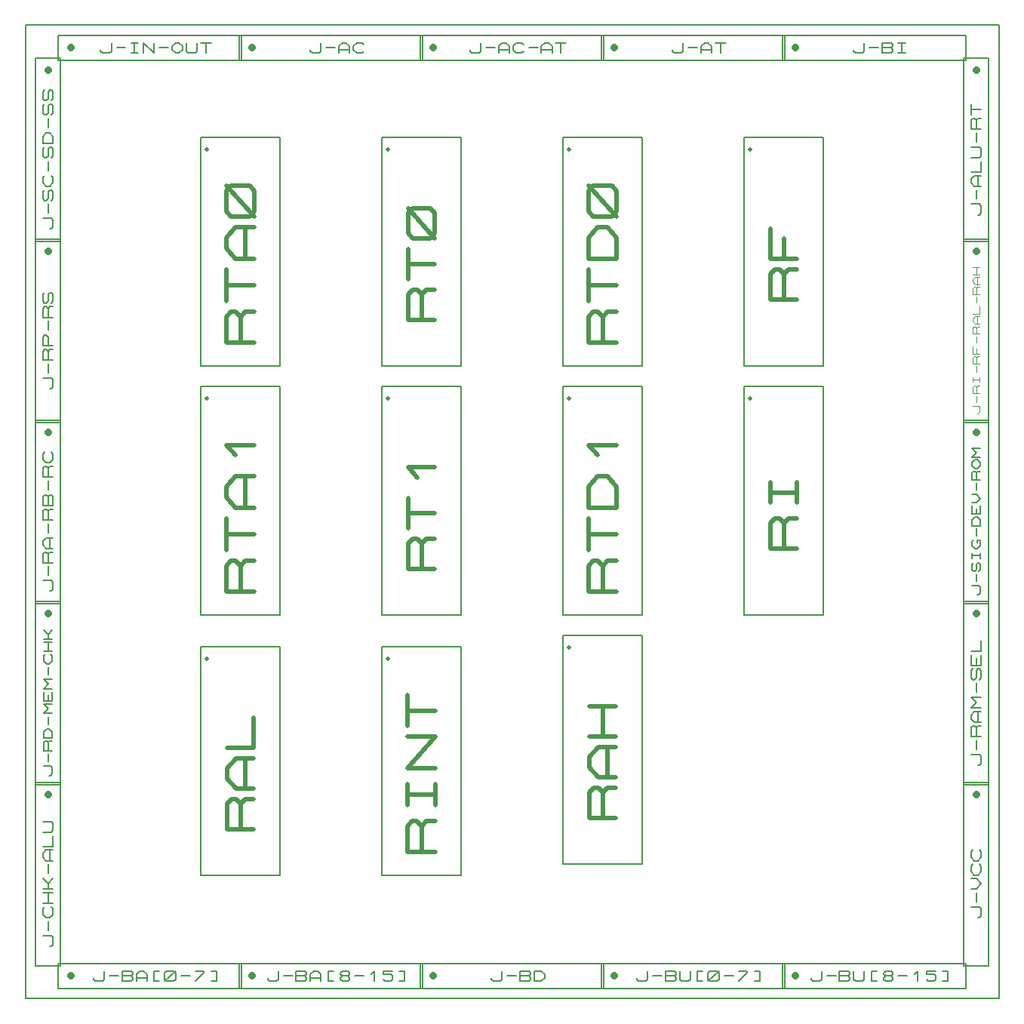
<source format=gbr>
G04 PROTEUS GERBER X2 FILE*
%TF.GenerationSoftware,Labcenter,Proteus,8.13-SP0-Build31525*%
%TF.CreationDate,2022-07-18T16:40:46+00:00*%
%TF.FileFunction,AssemblyDrawing,Top*%
%TF.FilePolarity,Positive*%
%TF.Part,Single*%
%TF.SameCoordinates,{e24a2c9c-2edf-4d0d-b778-41e989ec9892}*%
%FSLAX45Y45*%
%MOMM*%
G01*
%TA.AperFunction,Profile*%
%ADD15C,0.203200*%
%TA.AperFunction,Material*%
%ADD16C,0.203200*%
%ADD20C,0.812800*%
%ADD21C,0.177800*%
%ADD22C,0.154510*%
%ADD23C,0.123610*%
%ADD24C,0.142630*%
%ADD25C,0.508000*%
%ADD26C,0.523910*%
%ADD27C,0.507080*%
%TD.AperFunction*%
D15*
X-5461000Y-5715000D02*
X+5461000Y-5715000D01*
X+5461000Y+5207000D01*
X-5461000Y+5207000D01*
X-5461000Y-5715000D01*
D16*
X-3058160Y+4815840D02*
X-1005840Y+4815840D01*
X-1005840Y+5090160D01*
X-3058160Y+5090160D01*
X-3058160Y+4815840D01*
D20*
X-2921000Y+4953000D02*
X-2921000Y+4953000D01*
D21*
X-2263140Y+4935220D02*
X-2263140Y+4917440D01*
X-2243138Y+4899660D01*
X-2163128Y+4899660D01*
X-2143125Y+4917440D01*
X-2143125Y+5006340D01*
X-2083118Y+4953000D02*
X-1983105Y+4953000D01*
X-1943100Y+4899660D02*
X-1943100Y+4970780D01*
X-1903095Y+5006340D01*
X-1863090Y+5006340D01*
X-1823085Y+4970780D01*
X-1823085Y+4899660D01*
X-1943100Y+4935220D02*
X-1823085Y+4935220D01*
X-1663065Y+4917440D02*
X-1683068Y+4899660D01*
X-1743075Y+4899660D01*
X-1783080Y+4935220D01*
X-1783080Y+4970780D01*
X-1743075Y+5006340D01*
X-1683068Y+5006340D01*
X-1663065Y+4988560D01*
D16*
X-1026160Y+4815840D02*
X+1026160Y+4815840D01*
X+1026160Y+5090160D01*
X-1026160Y+5090160D01*
X-1026160Y+4815840D01*
D20*
X-889000Y+4953000D02*
X-889000Y+4953000D01*
D21*
X-471170Y+4935220D02*
X-471170Y+4917440D01*
X-451168Y+4899660D01*
X-371158Y+4899660D01*
X-351155Y+4917440D01*
X-351155Y+5006340D01*
X-291148Y+4953000D02*
X-191135Y+4953000D01*
X-151130Y+4899660D02*
X-151130Y+4970780D01*
X-111125Y+5006340D01*
X-71120Y+5006340D01*
X-31115Y+4970780D01*
X-31115Y+4899660D01*
X-151130Y+4935220D02*
X-31115Y+4935220D01*
X+128905Y+4917440D02*
X+108902Y+4899660D01*
X+48895Y+4899660D01*
X+8890Y+4935220D01*
X+8890Y+4970780D01*
X+48895Y+5006340D01*
X+108902Y+5006340D01*
X+128905Y+4988560D01*
X+188912Y+4953000D02*
X+288925Y+4953000D01*
X+328930Y+4899660D02*
X+328930Y+4970780D01*
X+368935Y+5006340D01*
X+408940Y+5006340D01*
X+448945Y+4970780D01*
X+448945Y+4899660D01*
X+328930Y+4935220D02*
X+448945Y+4935220D01*
X+488950Y+5006340D02*
X+608965Y+5006340D01*
X+548957Y+5006340D02*
X+548957Y+4899660D01*
D16*
X+1005840Y+4815840D02*
X+3058160Y+4815840D01*
X+3058160Y+5090160D01*
X+1005840Y+5090160D01*
X+1005840Y+4815840D01*
D20*
X+1143000Y+4953000D02*
X+1143000Y+4953000D01*
D21*
X+1800860Y+4935220D02*
X+1800860Y+4917440D01*
X+1820862Y+4899660D01*
X+1900872Y+4899660D01*
X+1920875Y+4917440D01*
X+1920875Y+5006340D01*
X+1980882Y+4953000D02*
X+2080895Y+4953000D01*
X+2120900Y+4899660D02*
X+2120900Y+4970780D01*
X+2160905Y+5006340D01*
X+2200910Y+5006340D01*
X+2240915Y+4970780D01*
X+2240915Y+4899660D01*
X+2120900Y+4935220D02*
X+2240915Y+4935220D01*
X+2280920Y+5006340D02*
X+2400935Y+5006340D01*
X+2340927Y+5006340D02*
X+2340927Y+4899660D01*
D16*
X+3037840Y+4815840D02*
X+5090160Y+4815840D01*
X+5090160Y+5090160D01*
X+3037840Y+5090160D01*
X+3037840Y+4815840D01*
D20*
X+3175000Y+4953000D02*
X+3175000Y+4953000D01*
D21*
X+3832860Y+4935220D02*
X+3832860Y+4917440D01*
X+3852862Y+4899660D01*
X+3932872Y+4899660D01*
X+3952875Y+4917440D01*
X+3952875Y+5006340D01*
X+4012882Y+4953000D02*
X+4112895Y+4953000D01*
X+4152900Y+4899660D02*
X+4152900Y+5006340D01*
X+4252912Y+5006340D01*
X+4272915Y+4988560D01*
X+4272915Y+4970780D01*
X+4252912Y+4953000D01*
X+4272915Y+4935220D01*
X+4272915Y+4917440D01*
X+4252912Y+4899660D01*
X+4152900Y+4899660D01*
X+4152900Y+4953000D02*
X+4252912Y+4953000D01*
X+4332922Y+5006340D02*
X+4412932Y+5006340D01*
X+4372927Y+5006340D02*
X+4372927Y+4899660D01*
X+4332922Y+4899660D02*
X+4412932Y+4899660D01*
D16*
X-5090160Y+4815840D02*
X-3037840Y+4815840D01*
X-3037840Y+5090160D01*
X-5090160Y+5090160D01*
X-5090160Y+4815840D01*
D20*
X-4953000Y+4953000D02*
X-4953000Y+4953000D01*
D21*
X-4615180Y+4935220D02*
X-4615180Y+4917440D01*
X-4595178Y+4899660D01*
X-4515168Y+4899660D01*
X-4495165Y+4917440D01*
X-4495165Y+5006340D01*
X-4435158Y+4953000D02*
X-4335145Y+4953000D01*
X-4275138Y+5006340D02*
X-4195128Y+5006340D01*
X-4235133Y+5006340D02*
X-4235133Y+4899660D01*
X-4275138Y+4899660D02*
X-4195128Y+4899660D01*
X-4135120Y+4899660D02*
X-4135120Y+5006340D01*
X-4015105Y+4899660D01*
X-4015105Y+5006340D01*
X-3955098Y+4953000D02*
X-3855085Y+4953000D01*
X-3815080Y+4970780D02*
X-3775075Y+5006340D01*
X-3735070Y+5006340D01*
X-3695065Y+4970780D01*
X-3695065Y+4935220D01*
X-3735070Y+4899660D01*
X-3775075Y+4899660D01*
X-3815080Y+4935220D01*
X-3815080Y+4970780D01*
X-3655060Y+5006340D02*
X-3655060Y+4917440D01*
X-3635058Y+4899660D01*
X-3555048Y+4899660D01*
X-3535045Y+4917440D01*
X-3535045Y+5006340D01*
X-3495040Y+5006340D02*
X-3375025Y+5006340D01*
X-3435033Y+5006340D02*
X-3435033Y+4899660D01*
D16*
X-5090160Y-5598160D02*
X-3037840Y-5598160D01*
X-3037840Y-5323840D01*
X-5090160Y-5323840D01*
X-5090160Y-5598160D01*
D20*
X-4953000Y-5461000D02*
X-4953000Y-5461000D01*
D21*
X-4695190Y-5478780D02*
X-4695190Y-5496560D01*
X-4675188Y-5514340D01*
X-4595178Y-5514340D01*
X-4575175Y-5496560D01*
X-4575175Y-5407660D01*
X-4515168Y-5461000D02*
X-4415155Y-5461000D01*
X-4375150Y-5514340D02*
X-4375150Y-5407660D01*
X-4275138Y-5407660D01*
X-4255135Y-5425440D01*
X-4255135Y-5443220D01*
X-4275138Y-5461000D01*
X-4255135Y-5478780D01*
X-4255135Y-5496560D01*
X-4275138Y-5514340D01*
X-4375150Y-5514340D01*
X-4375150Y-5461000D02*
X-4275138Y-5461000D01*
X-4215130Y-5514340D02*
X-4215130Y-5443220D01*
X-4175125Y-5407660D01*
X-4135120Y-5407660D01*
X-4095115Y-5443220D01*
X-4095115Y-5514340D01*
X-4215130Y-5478780D02*
X-4095115Y-5478780D01*
X-3955098Y-5407660D02*
X-4015105Y-5407660D01*
X-4015105Y-5514340D01*
X-3955098Y-5514340D01*
X-3895090Y-5496560D02*
X-3895090Y-5425440D01*
X-3875088Y-5407660D01*
X-3795078Y-5407660D01*
X-3775075Y-5425440D01*
X-3775075Y-5496560D01*
X-3795078Y-5514340D01*
X-3875088Y-5514340D01*
X-3895090Y-5496560D01*
X-3895090Y-5514340D02*
X-3775075Y-5407660D01*
X-3715068Y-5461000D02*
X-3615055Y-5461000D01*
X-3555048Y-5407660D02*
X-3455035Y-5407660D01*
X-3455035Y-5425440D01*
X-3555048Y-5514340D01*
X-3375025Y-5407660D02*
X-3315018Y-5407660D01*
X-3315018Y-5514340D01*
X-3375025Y-5514340D01*
D16*
X-3058160Y-5598160D02*
X-1005840Y-5598160D01*
X-1005840Y-5323840D01*
X-3058160Y-5323840D01*
X-3058160Y-5598160D01*
D20*
X-2921000Y-5461000D02*
X-2921000Y-5461000D01*
D21*
X-2743200Y-5478780D02*
X-2743200Y-5496560D01*
X-2723198Y-5514340D01*
X-2643188Y-5514340D01*
X-2623185Y-5496560D01*
X-2623185Y-5407660D01*
X-2563178Y-5461000D02*
X-2463165Y-5461000D01*
X-2423160Y-5514340D02*
X-2423160Y-5407660D01*
X-2323148Y-5407660D01*
X-2303145Y-5425440D01*
X-2303145Y-5443220D01*
X-2323148Y-5461000D01*
X-2303145Y-5478780D01*
X-2303145Y-5496560D01*
X-2323148Y-5514340D01*
X-2423160Y-5514340D01*
X-2423160Y-5461000D02*
X-2323148Y-5461000D01*
X-2263140Y-5514340D02*
X-2263140Y-5443220D01*
X-2223135Y-5407660D01*
X-2183130Y-5407660D01*
X-2143125Y-5443220D01*
X-2143125Y-5514340D01*
X-2263140Y-5478780D02*
X-2143125Y-5478780D01*
X-2003108Y-5407660D02*
X-2063115Y-5407660D01*
X-2063115Y-5514340D01*
X-2003108Y-5514340D01*
X-1903095Y-5461000D02*
X-1923098Y-5443220D01*
X-1923098Y-5425440D01*
X-1903095Y-5407660D01*
X-1843088Y-5407660D01*
X-1823085Y-5425440D01*
X-1823085Y-5443220D01*
X-1843088Y-5461000D01*
X-1903095Y-5461000D01*
X-1923098Y-5478780D01*
X-1923098Y-5496560D01*
X-1903095Y-5514340D01*
X-1843088Y-5514340D01*
X-1823085Y-5496560D01*
X-1823085Y-5478780D01*
X-1843088Y-5461000D01*
X-1763078Y-5461000D02*
X-1663065Y-5461000D01*
X-1583055Y-5443220D02*
X-1543050Y-5407660D01*
X-1543050Y-5514340D01*
X-1343025Y-5407660D02*
X-1443038Y-5407660D01*
X-1443038Y-5443220D01*
X-1363028Y-5443220D01*
X-1343025Y-5461000D01*
X-1343025Y-5496560D01*
X-1363028Y-5514340D01*
X-1423035Y-5514340D01*
X-1443038Y-5496560D01*
X-1263015Y-5407660D02*
X-1203008Y-5407660D01*
X-1203008Y-5514340D01*
X-1263015Y-5514340D01*
D16*
X-1026160Y-5598160D02*
X+1026160Y-5598160D01*
X+1026160Y-5323840D01*
X-1026160Y-5323840D01*
X-1026160Y-5598160D01*
D20*
X-889000Y-5461000D02*
X-889000Y-5461000D01*
D21*
X-231140Y-5478780D02*
X-231140Y-5496560D01*
X-211138Y-5514340D01*
X-131128Y-5514340D01*
X-111125Y-5496560D01*
X-111125Y-5407660D01*
X-51118Y-5461000D02*
X+48895Y-5461000D01*
X+88900Y-5514340D02*
X+88900Y-5407660D01*
X+188912Y-5407660D01*
X+208915Y-5425440D01*
X+208915Y-5443220D01*
X+188912Y-5461000D01*
X+208915Y-5478780D01*
X+208915Y-5496560D01*
X+188912Y-5514340D01*
X+88900Y-5514340D01*
X+88900Y-5461000D02*
X+188912Y-5461000D01*
X+248920Y-5514340D02*
X+248920Y-5407660D01*
X+328930Y-5407660D01*
X+368935Y-5443220D01*
X+368935Y-5478780D01*
X+328930Y-5514340D01*
X+248920Y-5514340D01*
D16*
X+1005840Y-5598160D02*
X+3058160Y-5598160D01*
X+3058160Y-5323840D01*
X+1005840Y-5323840D01*
X+1005840Y-5598160D01*
D20*
X+1143000Y-5461000D02*
X+1143000Y-5461000D01*
D21*
X+1400810Y-5478780D02*
X+1400810Y-5496560D01*
X+1420812Y-5514340D01*
X+1500822Y-5514340D01*
X+1520825Y-5496560D01*
X+1520825Y-5407660D01*
X+1580832Y-5461000D02*
X+1680845Y-5461000D01*
X+1720850Y-5514340D02*
X+1720850Y-5407660D01*
X+1820862Y-5407660D01*
X+1840865Y-5425440D01*
X+1840865Y-5443220D01*
X+1820862Y-5461000D01*
X+1840865Y-5478780D01*
X+1840865Y-5496560D01*
X+1820862Y-5514340D01*
X+1720850Y-5514340D01*
X+1720850Y-5461000D02*
X+1820862Y-5461000D01*
X+1880870Y-5407660D02*
X+1880870Y-5496560D01*
X+1900872Y-5514340D01*
X+1980882Y-5514340D01*
X+2000885Y-5496560D01*
X+2000885Y-5407660D01*
X+2140902Y-5407660D02*
X+2080895Y-5407660D01*
X+2080895Y-5514340D01*
X+2140902Y-5514340D01*
X+2200910Y-5496560D02*
X+2200910Y-5425440D01*
X+2220912Y-5407660D01*
X+2300922Y-5407660D01*
X+2320925Y-5425440D01*
X+2320925Y-5496560D01*
X+2300922Y-5514340D01*
X+2220912Y-5514340D01*
X+2200910Y-5496560D01*
X+2200910Y-5514340D02*
X+2320925Y-5407660D01*
X+2380932Y-5461000D02*
X+2480945Y-5461000D01*
X+2540952Y-5407660D02*
X+2640965Y-5407660D01*
X+2640965Y-5425440D01*
X+2540952Y-5514340D01*
X+2720975Y-5407660D02*
X+2780982Y-5407660D01*
X+2780982Y-5514340D01*
X+2720975Y-5514340D01*
D16*
X+3037840Y-5598160D02*
X+5090160Y-5598160D01*
X+5090160Y-5323840D01*
X+3037840Y-5323840D01*
X+3037840Y-5598160D01*
D20*
X+3175000Y-5461000D02*
X+3175000Y-5461000D01*
D21*
X+3352800Y-5478780D02*
X+3352800Y-5496560D01*
X+3372802Y-5514340D01*
X+3452812Y-5514340D01*
X+3472815Y-5496560D01*
X+3472815Y-5407660D01*
X+3532822Y-5461000D02*
X+3632835Y-5461000D01*
X+3672840Y-5514340D02*
X+3672840Y-5407660D01*
X+3772852Y-5407660D01*
X+3792855Y-5425440D01*
X+3792855Y-5443220D01*
X+3772852Y-5461000D01*
X+3792855Y-5478780D01*
X+3792855Y-5496560D01*
X+3772852Y-5514340D01*
X+3672840Y-5514340D01*
X+3672840Y-5461000D02*
X+3772852Y-5461000D01*
X+3832860Y-5407660D02*
X+3832860Y-5496560D01*
X+3852862Y-5514340D01*
X+3932872Y-5514340D01*
X+3952875Y-5496560D01*
X+3952875Y-5407660D01*
X+4092892Y-5407660D02*
X+4032885Y-5407660D01*
X+4032885Y-5514340D01*
X+4092892Y-5514340D01*
X+4192905Y-5461000D02*
X+4172902Y-5443220D01*
X+4172902Y-5425440D01*
X+4192905Y-5407660D01*
X+4252912Y-5407660D01*
X+4272915Y-5425440D01*
X+4272915Y-5443220D01*
X+4252912Y-5461000D01*
X+4192905Y-5461000D01*
X+4172902Y-5478780D01*
X+4172902Y-5496560D01*
X+4192905Y-5514340D01*
X+4252912Y-5514340D01*
X+4272915Y-5496560D01*
X+4272915Y-5478780D01*
X+4252912Y-5461000D01*
X+4332922Y-5461000D02*
X+4432935Y-5461000D01*
X+4512945Y-5443220D02*
X+4552950Y-5407660D01*
X+4552950Y-5514340D01*
X+4752975Y-5407660D02*
X+4652962Y-5407660D01*
X+4652962Y-5443220D01*
X+4732972Y-5443220D01*
X+4752975Y-5461000D01*
X+4752975Y-5496560D01*
X+4732972Y-5514340D01*
X+4672965Y-5514340D01*
X+4652962Y-5496560D01*
X+4832985Y-5407660D02*
X+4892992Y-5407660D01*
X+4892992Y-5514340D01*
X+4832985Y-5514340D01*
D16*
X-5344160Y+2783840D02*
X-5069840Y+2783840D01*
X-5069840Y+4836160D01*
X-5344160Y+4836160D01*
X-5344160Y+2783840D01*
D20*
X-5207000Y+4699000D02*
X-5207000Y+4699000D01*
D21*
X-5189220Y+2921000D02*
X-5171440Y+2921000D01*
X-5153660Y+2941002D01*
X-5153660Y+3021012D01*
X-5171440Y+3041015D01*
X-5260340Y+3041015D01*
X-5207000Y+3101022D02*
X-5207000Y+3201035D01*
X-5171440Y+3241040D02*
X-5153660Y+3261042D01*
X-5153660Y+3341052D01*
X-5171440Y+3361055D01*
X-5189220Y+3361055D01*
X-5207000Y+3341052D01*
X-5207000Y+3261042D01*
X-5224780Y+3241040D01*
X-5242560Y+3241040D01*
X-5260340Y+3261042D01*
X-5260340Y+3341052D01*
X-5242560Y+3361055D01*
X-5171440Y+3521075D02*
X-5153660Y+3501072D01*
X-5153660Y+3441065D01*
X-5189220Y+3401060D01*
X-5224780Y+3401060D01*
X-5260340Y+3441065D01*
X-5260340Y+3501072D01*
X-5242560Y+3521075D01*
X-5207000Y+3581082D02*
X-5207000Y+3681095D01*
X-5171440Y+3721100D02*
X-5153660Y+3741102D01*
X-5153660Y+3821112D01*
X-5171440Y+3841115D01*
X-5189220Y+3841115D01*
X-5207000Y+3821112D01*
X-5207000Y+3741102D01*
X-5224780Y+3721100D01*
X-5242560Y+3721100D01*
X-5260340Y+3741102D01*
X-5260340Y+3821112D01*
X-5242560Y+3841115D01*
X-5153660Y+3881120D02*
X-5260340Y+3881120D01*
X-5260340Y+3961130D01*
X-5224780Y+4001135D01*
X-5189220Y+4001135D01*
X-5153660Y+3961130D01*
X-5153660Y+3881120D01*
X-5207000Y+4061142D02*
X-5207000Y+4161155D01*
X-5171440Y+4201160D02*
X-5153660Y+4221162D01*
X-5153660Y+4301172D01*
X-5171440Y+4321175D01*
X-5189220Y+4321175D01*
X-5207000Y+4301172D01*
X-5207000Y+4221162D01*
X-5224780Y+4201160D01*
X-5242560Y+4201160D01*
X-5260340Y+4221162D01*
X-5260340Y+4301172D01*
X-5242560Y+4321175D01*
X-5171440Y+4361180D02*
X-5153660Y+4381182D01*
X-5153660Y+4461192D01*
X-5171440Y+4481195D01*
X-5189220Y+4481195D01*
X-5207000Y+4461192D01*
X-5207000Y+4381182D01*
X-5224780Y+4361180D01*
X-5242560Y+4361180D01*
X-5260340Y+4381182D01*
X-5260340Y+4461192D01*
X-5242560Y+4481195D01*
D16*
X-5344160Y+751840D02*
X-5069840Y+751840D01*
X-5069840Y+2804160D01*
X-5344160Y+2804160D01*
X-5344160Y+751840D01*
D20*
X-5207000Y+2667000D02*
X-5207000Y+2667000D01*
D21*
X-5189220Y+1129030D02*
X-5171440Y+1129030D01*
X-5153660Y+1149032D01*
X-5153660Y+1229042D01*
X-5171440Y+1249045D01*
X-5260340Y+1249045D01*
X-5207000Y+1309052D02*
X-5207000Y+1409065D01*
X-5153660Y+1449070D02*
X-5260340Y+1449070D01*
X-5260340Y+1549082D01*
X-5242560Y+1569085D01*
X-5224780Y+1569085D01*
X-5207000Y+1549082D01*
X-5207000Y+1449070D01*
X-5207000Y+1549082D02*
X-5189220Y+1569085D01*
X-5153660Y+1569085D01*
X-5153660Y+1609090D02*
X-5260340Y+1609090D01*
X-5260340Y+1709102D01*
X-5242560Y+1729105D01*
X-5224780Y+1729105D01*
X-5207000Y+1709102D01*
X-5207000Y+1609090D01*
X-5207000Y+1789112D02*
X-5207000Y+1889125D01*
X-5153660Y+1929130D02*
X-5260340Y+1929130D01*
X-5260340Y+2029142D01*
X-5242560Y+2049145D01*
X-5224780Y+2049145D01*
X-5207000Y+2029142D01*
X-5207000Y+1929130D01*
X-5207000Y+2029142D02*
X-5189220Y+2049145D01*
X-5153660Y+2049145D01*
X-5171440Y+2089150D02*
X-5153660Y+2109152D01*
X-5153660Y+2189162D01*
X-5171440Y+2209165D01*
X-5189220Y+2209165D01*
X-5207000Y+2189162D01*
X-5207000Y+2109152D01*
X-5224780Y+2089150D01*
X-5242560Y+2089150D01*
X-5260340Y+2109152D01*
X-5260340Y+2189162D01*
X-5242560Y+2209165D01*
D16*
X-5344160Y-1280160D02*
X-5069840Y-1280160D01*
X-5069840Y+772160D01*
X-5344160Y+772160D01*
X-5344160Y-1280160D01*
D20*
X-5207000Y+635000D02*
X-5207000Y+635000D01*
D21*
X-5189220Y-1143000D02*
X-5171440Y-1143000D01*
X-5153660Y-1122998D01*
X-5153660Y-1042988D01*
X-5171440Y-1022985D01*
X-5260340Y-1022985D01*
X-5207000Y-962978D02*
X-5207000Y-862965D01*
X-5153660Y-822960D02*
X-5260340Y-822960D01*
X-5260340Y-722948D01*
X-5242560Y-702945D01*
X-5224780Y-702945D01*
X-5207000Y-722948D01*
X-5207000Y-822960D01*
X-5207000Y-722948D02*
X-5189220Y-702945D01*
X-5153660Y-702945D01*
X-5153660Y-662940D02*
X-5224780Y-662940D01*
X-5260340Y-622935D01*
X-5260340Y-582930D01*
X-5224780Y-542925D01*
X-5153660Y-542925D01*
X-5189220Y-662940D02*
X-5189220Y-542925D01*
X-5207000Y-482918D02*
X-5207000Y-382905D01*
X-5153660Y-342900D02*
X-5260340Y-342900D01*
X-5260340Y-242888D01*
X-5242560Y-222885D01*
X-5224780Y-222885D01*
X-5207000Y-242888D01*
X-5207000Y-342900D01*
X-5207000Y-242888D02*
X-5189220Y-222885D01*
X-5153660Y-222885D01*
X-5153660Y-182880D02*
X-5260340Y-182880D01*
X-5260340Y-82868D01*
X-5242560Y-62865D01*
X-5224780Y-62865D01*
X-5207000Y-82868D01*
X-5189220Y-62865D01*
X-5171440Y-62865D01*
X-5153660Y-82868D01*
X-5153660Y-182880D01*
X-5207000Y-182880D02*
X-5207000Y-82868D01*
X-5207000Y-2858D02*
X-5207000Y+97155D01*
X-5153660Y+137160D02*
X-5260340Y+137160D01*
X-5260340Y+237172D01*
X-5242560Y+257175D01*
X-5224780Y+257175D01*
X-5207000Y+237172D01*
X-5207000Y+137160D01*
X-5207000Y+237172D02*
X-5189220Y+257175D01*
X-5153660Y+257175D01*
X-5171440Y+417195D02*
X-5153660Y+397192D01*
X-5153660Y+337185D01*
X-5189220Y+297180D01*
X-5224780Y+297180D01*
X-5260340Y+337185D01*
X-5260340Y+397192D01*
X-5242560Y+417195D01*
D16*
X-5344160Y-3312160D02*
X-5069840Y-3312160D01*
X-5069840Y-1259840D01*
X-5344160Y-1259840D01*
X-5344160Y-3312160D01*
D20*
X-5207000Y-1397000D02*
X-5207000Y-1397000D01*
D22*
X-5191548Y-3209284D02*
X-5176096Y-3209284D01*
X-5160645Y-3191901D01*
X-5160645Y-3122369D01*
X-5176096Y-3104986D01*
X-5253354Y-3104986D01*
X-5207000Y-3052837D02*
X-5207000Y-2965922D01*
X-5160645Y-2931156D02*
X-5253354Y-2931156D01*
X-5253354Y-2844241D01*
X-5237903Y-2826858D01*
X-5222451Y-2826858D01*
X-5207000Y-2844241D01*
X-5207000Y-2931156D01*
X-5207000Y-2844241D02*
X-5191548Y-2826858D01*
X-5160645Y-2826858D01*
X-5160645Y-2792092D02*
X-5253354Y-2792092D01*
X-5253354Y-2722560D01*
X-5222451Y-2687794D01*
X-5191548Y-2687794D01*
X-5160645Y-2722560D01*
X-5160645Y-2792092D01*
X-5207000Y-2635645D02*
X-5207000Y-2548730D01*
X-5160645Y-2513964D02*
X-5253354Y-2513964D01*
X-5207000Y-2461815D01*
X-5253354Y-2409666D01*
X-5160645Y-2409666D01*
X-5160645Y-2270602D02*
X-5160645Y-2374900D01*
X-5253354Y-2374900D01*
X-5253354Y-2270602D01*
X-5207000Y-2374900D02*
X-5207000Y-2305368D01*
X-5160645Y-2235836D02*
X-5253354Y-2235836D01*
X-5207000Y-2183687D01*
X-5253354Y-2131538D01*
X-5160645Y-2131538D01*
X-5207000Y-2079389D02*
X-5207000Y-1992474D01*
X-5176096Y-1853410D02*
X-5160645Y-1870793D01*
X-5160645Y-1922942D01*
X-5191548Y-1957708D01*
X-5222451Y-1957708D01*
X-5253354Y-1922942D01*
X-5253354Y-1870793D01*
X-5237903Y-1853410D01*
X-5160645Y-1818644D02*
X-5253354Y-1818644D01*
X-5253354Y-1714346D02*
X-5160645Y-1714346D01*
X-5207000Y-1818644D02*
X-5207000Y-1714346D01*
X-5253354Y-1679580D02*
X-5160645Y-1679580D01*
X-5253354Y-1575282D02*
X-5207000Y-1627431D01*
X-5160645Y-1575282D01*
X-5207000Y-1679580D02*
X-5207000Y-1627431D01*
D16*
X-5344160Y-5344160D02*
X-5069840Y-5344160D01*
X-5069840Y-3291840D01*
X-5344160Y-3291840D01*
X-5344160Y-5344160D01*
D20*
X-5207000Y-3429000D02*
X-5207000Y-3429000D01*
D21*
X-5189220Y-5126990D02*
X-5171440Y-5126990D01*
X-5153660Y-5106988D01*
X-5153660Y-5026978D01*
X-5171440Y-5006975D01*
X-5260340Y-5006975D01*
X-5207000Y-4946968D02*
X-5207000Y-4846955D01*
X-5171440Y-4686935D02*
X-5153660Y-4706938D01*
X-5153660Y-4766945D01*
X-5189220Y-4806950D01*
X-5224780Y-4806950D01*
X-5260340Y-4766945D01*
X-5260340Y-4706938D01*
X-5242560Y-4686935D01*
X-5153660Y-4646930D02*
X-5260340Y-4646930D01*
X-5260340Y-4526915D02*
X-5153660Y-4526915D01*
X-5207000Y-4646930D02*
X-5207000Y-4526915D01*
X-5260340Y-4486910D02*
X-5153660Y-4486910D01*
X-5260340Y-4366895D02*
X-5207000Y-4426903D01*
X-5153660Y-4366895D01*
X-5207000Y-4486910D02*
X-5207000Y-4426903D01*
X-5207000Y-4306888D02*
X-5207000Y-4206875D01*
X-5153660Y-4166870D02*
X-5224780Y-4166870D01*
X-5260340Y-4126865D01*
X-5260340Y-4086860D01*
X-5224780Y-4046855D01*
X-5153660Y-4046855D01*
X-5189220Y-4166870D02*
X-5189220Y-4046855D01*
X-5260340Y-4006850D02*
X-5153660Y-4006850D01*
X-5153660Y-3886835D01*
X-5260340Y-3846830D02*
X-5171440Y-3846830D01*
X-5153660Y-3826828D01*
X-5153660Y-3746818D01*
X-5171440Y-3726815D01*
X-5260340Y-3726815D01*
D16*
X+5069840Y+2783840D02*
X+5344160Y+2783840D01*
X+5344160Y+4836160D01*
X+5069840Y+4836160D01*
X+5069840Y+2783840D01*
D20*
X+5207000Y+4699000D02*
X+5207000Y+4699000D01*
D21*
X+5224780Y+3081020D02*
X+5242560Y+3081020D01*
X+5260340Y+3101022D01*
X+5260340Y+3181032D01*
X+5242560Y+3201035D01*
X+5153660Y+3201035D01*
X+5207000Y+3261042D02*
X+5207000Y+3361055D01*
X+5260340Y+3401060D02*
X+5189220Y+3401060D01*
X+5153660Y+3441065D01*
X+5153660Y+3481070D01*
X+5189220Y+3521075D01*
X+5260340Y+3521075D01*
X+5224780Y+3401060D02*
X+5224780Y+3521075D01*
X+5153660Y+3561080D02*
X+5260340Y+3561080D01*
X+5260340Y+3681095D01*
X+5153660Y+3721100D02*
X+5242560Y+3721100D01*
X+5260340Y+3741102D01*
X+5260340Y+3821112D01*
X+5242560Y+3841115D01*
X+5153660Y+3841115D01*
X+5207000Y+3901122D02*
X+5207000Y+4001135D01*
X+5260340Y+4041140D02*
X+5153660Y+4041140D01*
X+5153660Y+4141152D01*
X+5171440Y+4161155D01*
X+5189220Y+4161155D01*
X+5207000Y+4141152D01*
X+5207000Y+4041140D01*
X+5207000Y+4141152D02*
X+5224780Y+4161155D01*
X+5260340Y+4161155D01*
X+5153660Y+4201160D02*
X+5153660Y+4321175D01*
X+5153660Y+4261167D02*
X+5260340Y+4261167D01*
D16*
X+5069840Y+751840D02*
X+5344160Y+751840D01*
X+5344160Y+2804160D01*
X+5069840Y+2804160D01*
X+5069840Y+751840D01*
D20*
X+5207000Y+2667000D02*
X+5207000Y+2667000D01*
D23*
X+5219361Y+854718D02*
X+5231723Y+854718D01*
X+5244084Y+868624D01*
X+5244084Y+924249D01*
X+5231723Y+938156D01*
X+5169916Y+938156D01*
X+5207000Y+979875D02*
X+5207000Y+1049407D01*
X+5244084Y+1077220D02*
X+5169916Y+1077220D01*
X+5169916Y+1146751D01*
X+5182277Y+1160658D01*
X+5194639Y+1160658D01*
X+5207000Y+1146751D01*
X+5207000Y+1077220D01*
X+5207000Y+1146751D02*
X+5219361Y+1160658D01*
X+5244084Y+1160658D01*
X+5169916Y+1202377D02*
X+5169916Y+1258002D01*
X+5169916Y+1230190D02*
X+5244084Y+1230190D01*
X+5244084Y+1202377D02*
X+5244084Y+1258002D01*
X+5207000Y+1313628D02*
X+5207000Y+1383160D01*
X+5244084Y+1410973D02*
X+5169916Y+1410973D01*
X+5169916Y+1480504D01*
X+5182277Y+1494411D01*
X+5194639Y+1494411D01*
X+5207000Y+1480504D01*
X+5207000Y+1410973D01*
X+5207000Y+1480504D02*
X+5219361Y+1494411D01*
X+5244084Y+1494411D01*
X+5244084Y+1522224D02*
X+5169916Y+1522224D01*
X+5169916Y+1605662D01*
X+5207000Y+1522224D02*
X+5207000Y+1577849D01*
X+5207000Y+1647381D02*
X+5207000Y+1716913D01*
X+5244084Y+1744726D02*
X+5169916Y+1744726D01*
X+5169916Y+1814257D01*
X+5182277Y+1828164D01*
X+5194639Y+1828164D01*
X+5207000Y+1814257D01*
X+5207000Y+1744726D01*
X+5207000Y+1814257D02*
X+5219361Y+1828164D01*
X+5244084Y+1828164D01*
X+5244084Y+1855977D02*
X+5194639Y+1855977D01*
X+5169916Y+1883789D01*
X+5169916Y+1911602D01*
X+5194639Y+1939415D01*
X+5244084Y+1939415D01*
X+5219361Y+1855977D02*
X+5219361Y+1939415D01*
X+5169916Y+1967228D02*
X+5244084Y+1967228D01*
X+5244084Y+2050666D01*
X+5207000Y+2092385D02*
X+5207000Y+2161917D01*
X+5244084Y+2189730D02*
X+5169916Y+2189730D01*
X+5169916Y+2259261D01*
X+5182277Y+2273168D01*
X+5194639Y+2273168D01*
X+5207000Y+2259261D01*
X+5207000Y+2189730D01*
X+5207000Y+2259261D02*
X+5219361Y+2273168D01*
X+5244084Y+2273168D01*
X+5244084Y+2300981D02*
X+5194639Y+2300981D01*
X+5169916Y+2328793D01*
X+5169916Y+2356606D01*
X+5194639Y+2384419D01*
X+5244084Y+2384419D01*
X+5219361Y+2300981D02*
X+5219361Y+2384419D01*
X+5244084Y+2412232D02*
X+5169916Y+2412232D01*
X+5169916Y+2495670D02*
X+5244084Y+2495670D01*
X+5207000Y+2412232D02*
X+5207000Y+2495670D01*
D16*
X+5069840Y-1280160D02*
X+5344160Y-1280160D01*
X+5344160Y+772160D01*
X+5069840Y+772160D01*
X+5069840Y-1280160D01*
D20*
X+5207000Y+635000D02*
X+5207000Y+635000D01*
D24*
X+5221263Y-1177285D02*
X+5235526Y-1177285D01*
X+5249789Y-1161240D01*
X+5249789Y-1097056D01*
X+5235526Y-1081010D01*
X+5164211Y-1081010D01*
X+5207000Y-1032873D02*
X+5207000Y-952643D01*
X+5235526Y-920551D02*
X+5249789Y-904506D01*
X+5249789Y-840322D01*
X+5235526Y-824276D01*
X+5221263Y-824276D01*
X+5207000Y-840322D01*
X+5207000Y-904506D01*
X+5192737Y-920551D01*
X+5178474Y-920551D01*
X+5164211Y-904506D01*
X+5164211Y-840322D01*
X+5178474Y-824276D01*
X+5164211Y-776139D02*
X+5164211Y-711955D01*
X+5164211Y-744047D02*
X+5249789Y-744047D01*
X+5249789Y-776139D02*
X+5249789Y-711955D01*
X+5221263Y-599634D02*
X+5221263Y-567542D01*
X+5249789Y-567542D01*
X+5249789Y-631726D01*
X+5221263Y-663817D01*
X+5192737Y-663817D01*
X+5164211Y-631726D01*
X+5164211Y-583588D01*
X+5178474Y-567542D01*
X+5207000Y-519405D02*
X+5207000Y-439175D01*
X+5249789Y-407083D02*
X+5164211Y-407083D01*
X+5164211Y-342900D01*
X+5192737Y-310808D01*
X+5221263Y-310808D01*
X+5249789Y-342900D01*
X+5249789Y-407083D01*
X+5249789Y-182441D02*
X+5249789Y-278716D01*
X+5164211Y-278716D01*
X+5164211Y-182441D01*
X+5207000Y-278716D02*
X+5207000Y-214533D01*
X+5164211Y-150349D02*
X+5207000Y-150349D01*
X+5249789Y-102212D01*
X+5207000Y-54074D01*
X+5164211Y-54074D01*
X+5207000Y-5937D02*
X+5207000Y+74293D01*
X+5249789Y+106385D02*
X+5164211Y+106385D01*
X+5164211Y+186614D01*
X+5178474Y+202660D01*
X+5192737Y+202660D01*
X+5207000Y+186614D01*
X+5207000Y+106385D01*
X+5207000Y+186614D02*
X+5221263Y+202660D01*
X+5249789Y+202660D01*
X+5192737Y+234752D02*
X+5164211Y+266843D01*
X+5164211Y+298935D01*
X+5192737Y+331027D01*
X+5221263Y+331027D01*
X+5249789Y+298935D01*
X+5249789Y+266843D01*
X+5221263Y+234752D01*
X+5192737Y+234752D01*
X+5249789Y+363119D02*
X+5164211Y+363119D01*
X+5207000Y+411256D01*
X+5164211Y+459394D01*
X+5249789Y+459394D01*
D16*
X+5069840Y-3312160D02*
X+5344160Y-3312160D01*
X+5344160Y-1259840D01*
X+5069840Y-1259840D01*
X+5069840Y-3312160D01*
D20*
X+5207000Y-1397000D02*
X+5207000Y-1397000D01*
D21*
X+5224780Y-3094990D02*
X+5242560Y-3094990D01*
X+5260340Y-3074988D01*
X+5260340Y-2994978D01*
X+5242560Y-2974975D01*
X+5153660Y-2974975D01*
X+5207000Y-2914968D02*
X+5207000Y-2814955D01*
X+5260340Y-2774950D02*
X+5153660Y-2774950D01*
X+5153660Y-2674938D01*
X+5171440Y-2654935D01*
X+5189220Y-2654935D01*
X+5207000Y-2674938D01*
X+5207000Y-2774950D01*
X+5207000Y-2674938D02*
X+5224780Y-2654935D01*
X+5260340Y-2654935D01*
X+5260340Y-2614930D02*
X+5189220Y-2614930D01*
X+5153660Y-2574925D01*
X+5153660Y-2534920D01*
X+5189220Y-2494915D01*
X+5260340Y-2494915D01*
X+5224780Y-2614930D02*
X+5224780Y-2494915D01*
X+5260340Y-2454910D02*
X+5153660Y-2454910D01*
X+5207000Y-2394903D01*
X+5153660Y-2334895D01*
X+5260340Y-2334895D01*
X+5207000Y-2274888D02*
X+5207000Y-2174875D01*
X+5242560Y-2134870D02*
X+5260340Y-2114868D01*
X+5260340Y-2034858D01*
X+5242560Y-2014855D01*
X+5224780Y-2014855D01*
X+5207000Y-2034858D01*
X+5207000Y-2114868D01*
X+5189220Y-2134870D01*
X+5171440Y-2134870D01*
X+5153660Y-2114868D01*
X+5153660Y-2034858D01*
X+5171440Y-2014855D01*
X+5260340Y-1854835D02*
X+5260340Y-1974850D01*
X+5153660Y-1974850D01*
X+5153660Y-1854835D01*
X+5207000Y-1974850D02*
X+5207000Y-1894840D01*
X+5153660Y-1814830D02*
X+5260340Y-1814830D01*
X+5260340Y-1694815D01*
D16*
X+5069840Y-5344160D02*
X+5344160Y-5344160D01*
X+5344160Y-3291840D01*
X+5069840Y-3291840D01*
X+5069840Y-5344160D01*
D20*
X+5207000Y-3429000D02*
X+5207000Y-3429000D01*
D21*
X+5224780Y-4806950D02*
X+5242560Y-4806950D01*
X+5260340Y-4786948D01*
X+5260340Y-4706938D01*
X+5242560Y-4686935D01*
X+5153660Y-4686935D01*
X+5207000Y-4626928D02*
X+5207000Y-4526915D01*
X+5153660Y-4486910D02*
X+5207000Y-4486910D01*
X+5260340Y-4426903D01*
X+5207000Y-4366895D01*
X+5153660Y-4366895D01*
X+5242560Y-4206875D02*
X+5260340Y-4226878D01*
X+5260340Y-4286885D01*
X+5224780Y-4326890D01*
X+5189220Y-4326890D01*
X+5153660Y-4286885D01*
X+5153660Y-4226878D01*
X+5171440Y-4206875D01*
X+5242560Y-4046855D02*
X+5260340Y-4066858D01*
X+5260340Y-4126865D01*
X+5224780Y-4166870D01*
X+5189220Y-4166870D01*
X+5153660Y-4126865D01*
X+5153660Y-4066858D01*
X+5171440Y-4046855D01*
D16*
X-3492500Y+1386840D02*
X-2603500Y+1386840D01*
X-2603500Y+3947160D01*
X-3492500Y+3947160D01*
X-3492500Y+1386840D01*
D25*
X-3429000Y+3810000D02*
X-3429000Y+3810000D01*
D26*
X-2890825Y+1642670D02*
X-3205175Y+1642670D01*
X-3205175Y+1937373D01*
X-3152783Y+1996313D01*
X-3100392Y+1996313D01*
X-3048000Y+1937373D01*
X-3048000Y+1642670D01*
X-3048000Y+1937373D02*
X-2995608Y+1996313D01*
X-2890825Y+1996313D01*
X-3205175Y+2114195D02*
X-3205175Y+2467838D01*
X-3205175Y+2291016D02*
X-2890825Y+2291016D01*
X-2890825Y+2585720D02*
X-3100392Y+2585720D01*
X-3205175Y+2703601D01*
X-3205175Y+2821482D01*
X-3100392Y+2939363D01*
X-2890825Y+2939363D01*
X-2995608Y+2585720D02*
X-2995608Y+2939363D01*
X-2943217Y+3057245D02*
X-3152783Y+3057245D01*
X-3205175Y+3116185D01*
X-3205175Y+3351948D01*
X-3152783Y+3410888D01*
X-2943217Y+3410888D01*
X-2890825Y+3351948D01*
X-2890825Y+3116185D01*
X-2943217Y+3057245D01*
X-2890825Y+3057245D02*
X-3205175Y+3410888D01*
D16*
X-3492500Y-1407160D02*
X-2603500Y-1407160D01*
X-2603500Y+1153160D01*
X-3492500Y+1153160D01*
X-3492500Y-1407160D01*
D25*
X-3429000Y+1016000D02*
X-3429000Y+1016000D01*
D26*
X-2890825Y-1151330D02*
X-3205175Y-1151330D01*
X-3205175Y-856627D01*
X-3152783Y-797687D01*
X-3100392Y-797687D01*
X-3048000Y-856627D01*
X-3048000Y-1151330D01*
X-3048000Y-856627D02*
X-2995608Y-797687D01*
X-2890825Y-797687D01*
X-3205175Y-679805D02*
X-3205175Y-326162D01*
X-3205175Y-502984D02*
X-2890825Y-502984D01*
X-2890825Y-208280D02*
X-3100392Y-208280D01*
X-3205175Y-90399D01*
X-3205175Y+27482D01*
X-3100392Y+145363D01*
X-2890825Y+145363D01*
X-2995608Y-208280D02*
X-2995608Y+145363D01*
X-3100392Y+381126D02*
X-3205175Y+499007D01*
X-2890825Y+499007D01*
D16*
X-1460500Y+1386840D02*
X-571500Y+1386840D01*
X-571500Y+3947160D01*
X-1460500Y+3947160D01*
X-1460500Y+1386840D01*
D25*
X-1397000Y+3810000D02*
X-1397000Y+3810000D01*
D27*
X-863875Y+1901156D02*
X-1168126Y+1901156D01*
X-1168126Y+2186391D01*
X-1117417Y+2243438D01*
X-1066709Y+2243438D01*
X-1016000Y+2186391D01*
X-1016000Y+1901156D01*
X-1016000Y+2186391D02*
X-965292Y+2243438D01*
X-863875Y+2243438D01*
X-1168126Y+2357532D02*
X-1168126Y+2699814D01*
X-1168126Y+2528673D02*
X-863875Y+2528673D01*
X-914583Y+2813908D02*
X-1117417Y+2813908D01*
X-1168126Y+2870955D01*
X-1168126Y+3099143D01*
X-1117417Y+3156190D01*
X-914583Y+3156190D01*
X-863875Y+3099143D01*
X-863875Y+2870955D01*
X-914583Y+2813908D01*
X-863875Y+2813908D02*
X-1168126Y+3156190D01*
D16*
X-1460500Y-1407160D02*
X-571500Y-1407160D01*
X-571500Y+1153160D01*
X-1460500Y+1153160D01*
X-1460500Y-1407160D01*
D25*
X-1397000Y+1016000D02*
X-1397000Y+1016000D01*
D27*
X-863875Y-892844D02*
X-1168126Y-892844D01*
X-1168126Y-607609D01*
X-1117417Y-550562D01*
X-1066709Y-550562D01*
X-1016000Y-607609D01*
X-1016000Y-892844D01*
X-1016000Y-607609D02*
X-965292Y-550562D01*
X-863875Y-550562D01*
X-1168126Y-436468D02*
X-1168126Y-94186D01*
X-1168126Y-265327D02*
X-863875Y-265327D01*
X-1066709Y+134002D02*
X-1168126Y+248096D01*
X-863875Y+248096D01*
D16*
X+571500Y+1386840D02*
X+1460500Y+1386840D01*
X+1460500Y+3947160D01*
X+571500Y+3947160D01*
X+571500Y+1386840D01*
D25*
X+635000Y+3810000D02*
X+635000Y+3810000D01*
D26*
X+1173175Y+1642670D02*
X+858825Y+1642670D01*
X+858825Y+1937373D01*
X+911217Y+1996313D01*
X+963608Y+1996313D01*
X+1016000Y+1937373D01*
X+1016000Y+1642670D01*
X+1016000Y+1937373D02*
X+1068392Y+1996313D01*
X+1173175Y+1996313D01*
X+858825Y+2114195D02*
X+858825Y+2467838D01*
X+858825Y+2291016D02*
X+1173175Y+2291016D01*
X+1173175Y+2585720D02*
X+858825Y+2585720D01*
X+858825Y+2821482D01*
X+963608Y+2939363D01*
X+1068392Y+2939363D01*
X+1173175Y+2821482D01*
X+1173175Y+2585720D01*
X+1120783Y+3057245D02*
X+911217Y+3057245D01*
X+858825Y+3116185D01*
X+858825Y+3351948D01*
X+911217Y+3410888D01*
X+1120783Y+3410888D01*
X+1173175Y+3351948D01*
X+1173175Y+3116185D01*
X+1120783Y+3057245D01*
X+1173175Y+3057245D02*
X+858825Y+3410888D01*
D16*
X+571500Y-1407160D02*
X+1460500Y-1407160D01*
X+1460500Y+1153160D01*
X+571500Y+1153160D01*
X+571500Y-1407160D01*
D25*
X+635000Y+1016000D02*
X+635000Y+1016000D01*
D26*
X+1173175Y-1151330D02*
X+858825Y-1151330D01*
X+858825Y-856627D01*
X+911217Y-797687D01*
X+963608Y-797687D01*
X+1016000Y-856627D01*
X+1016000Y-1151330D01*
X+1016000Y-856627D02*
X+1068392Y-797687D01*
X+1173175Y-797687D01*
X+858825Y-679805D02*
X+858825Y-326162D01*
X+858825Y-502984D02*
X+1173175Y-502984D01*
X+1173175Y-208280D02*
X+858825Y-208280D01*
X+858825Y+27482D01*
X+963608Y+145363D01*
X+1068392Y+145363D01*
X+1173175Y+27482D01*
X+1173175Y-208280D01*
X+963608Y+381126D02*
X+858825Y+499007D01*
X+1173175Y+499007D01*
D16*
X-3492500Y-4328160D02*
X-2603500Y-4328160D01*
X-2603500Y-1767840D01*
X-3492500Y-1767840D01*
X-3492500Y-4328160D01*
D25*
X-3429000Y-1905000D02*
X-3429000Y-1905000D01*
D27*
X-2895875Y-3813844D02*
X-3200126Y-3813844D01*
X-3200126Y-3528609D01*
X-3149417Y-3471562D01*
X-3098709Y-3471562D01*
X-3048000Y-3528609D01*
X-3048000Y-3813844D01*
X-3048000Y-3528609D02*
X-2997292Y-3471562D01*
X-2895875Y-3471562D01*
X-2895875Y-3357468D02*
X-3098709Y-3357468D01*
X-3200126Y-3243374D01*
X-3200126Y-3129280D01*
X-3098709Y-3015186D01*
X-2895875Y-3015186D01*
X-2997292Y-3357468D02*
X-2997292Y-3015186D01*
X-3200126Y-2901092D02*
X-2895875Y-2901092D01*
X-2895875Y-2558810D01*
D16*
X+571500Y-4201160D02*
X+1460500Y-4201160D01*
X+1460500Y-1640840D01*
X+571500Y-1640840D01*
X+571500Y-4201160D01*
D25*
X+635000Y-1778000D02*
X+635000Y-1778000D01*
D27*
X+1168125Y-3686844D02*
X+863874Y-3686844D01*
X+863874Y-3401609D01*
X+914583Y-3344562D01*
X+965291Y-3344562D01*
X+1016000Y-3401609D01*
X+1016000Y-3686844D01*
X+1016000Y-3401609D02*
X+1066708Y-3344562D01*
X+1168125Y-3344562D01*
X+1168125Y-3230468D02*
X+965291Y-3230468D01*
X+863874Y-3116374D01*
X+863874Y-3002280D01*
X+965291Y-2888186D01*
X+1168125Y-2888186D01*
X+1066708Y-3230468D02*
X+1066708Y-2888186D01*
X+1168125Y-2774092D02*
X+863874Y-2774092D01*
X+863874Y-2431810D02*
X+1168125Y-2431810D01*
X+1016000Y-2774092D02*
X+1016000Y-2431810D01*
D16*
X-1460500Y-4328160D02*
X-571500Y-4328160D01*
X-571500Y-1767840D01*
X-1460500Y-1767840D01*
X-1460500Y-4328160D01*
D25*
X-1397000Y-1905000D02*
X-1397000Y-1905000D01*
D26*
X-858825Y-4072330D02*
X-1173175Y-4072330D01*
X-1173175Y-3777627D01*
X-1120783Y-3718687D01*
X-1068392Y-3718687D01*
X-1016000Y-3777627D01*
X-1016000Y-4072330D01*
X-1016000Y-3777627D02*
X-963608Y-3718687D01*
X-858825Y-3718687D01*
X-1173175Y-3541865D02*
X-1173175Y-3306102D01*
X-1173175Y-3423984D02*
X-858825Y-3423984D01*
X-858825Y-3541865D02*
X-858825Y-3306102D01*
X-858825Y-3129280D02*
X-1173175Y-3129280D01*
X-858825Y-2775637D01*
X-1173175Y-2775637D01*
X-1173175Y-2657755D02*
X-1173175Y-2304112D01*
X-1173175Y-2480934D02*
X-858825Y-2480934D01*
D16*
X+2603500Y+1386840D02*
X+3492500Y+1386840D01*
X+3492500Y+3947160D01*
X+2603500Y+3947160D01*
X+2603500Y+1386840D01*
D25*
X+2667000Y+3810000D02*
X+2667000Y+3810000D01*
D27*
X+3200125Y+2129344D02*
X+2895874Y+2129344D01*
X+2895874Y+2414579D01*
X+2946583Y+2471626D01*
X+2997291Y+2471626D01*
X+3048000Y+2414579D01*
X+3048000Y+2129344D01*
X+3048000Y+2414579D02*
X+3098708Y+2471626D01*
X+3200125Y+2471626D01*
X+3200125Y+2585720D02*
X+2895874Y+2585720D01*
X+2895874Y+2928002D01*
X+3048000Y+2585720D02*
X+3048000Y+2813908D01*
D16*
X+2603500Y-1407160D02*
X+3492500Y-1407160D01*
X+3492500Y+1153160D01*
X+2603500Y+1153160D01*
X+2603500Y-1407160D01*
D25*
X+2667000Y+1016000D02*
X+2667000Y+1016000D01*
D27*
X+3200125Y-664656D02*
X+2895874Y-664656D01*
X+2895874Y-379421D01*
X+2946583Y-322374D01*
X+2997291Y-322374D01*
X+3048000Y-379421D01*
X+3048000Y-664656D01*
X+3048000Y-379421D02*
X+3098708Y-322374D01*
X+3200125Y-322374D01*
X+2895874Y-151233D02*
X+2895874Y+76955D01*
X+2895874Y-37139D02*
X+3200125Y-37139D01*
X+3200125Y-151233D02*
X+3200125Y+76955D01*
M02*

</source>
